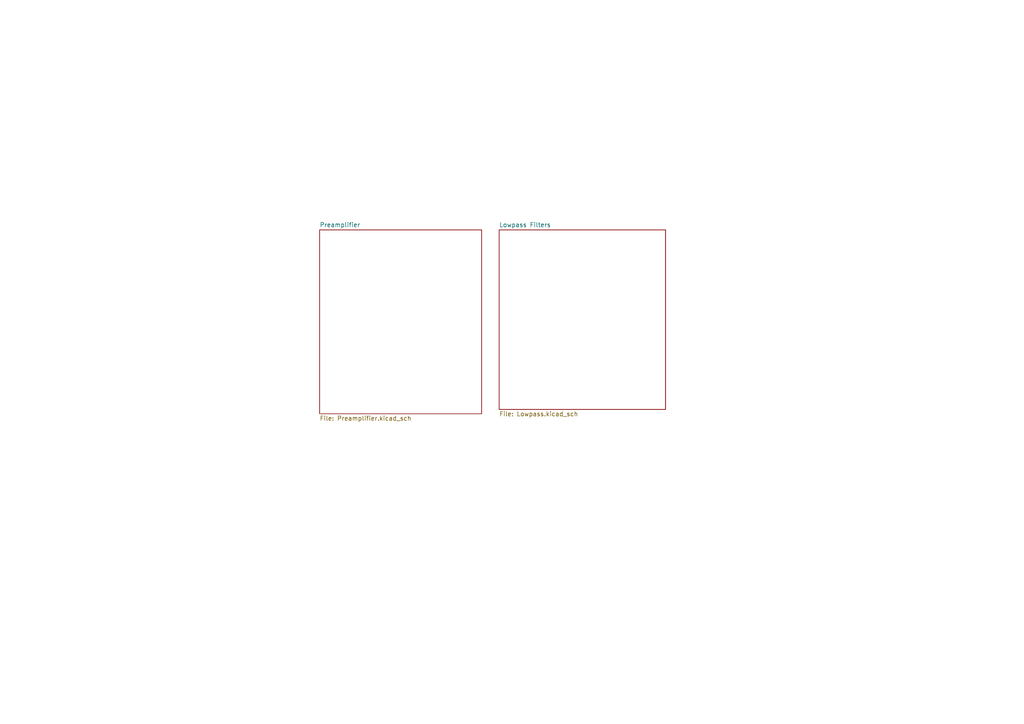
<source format=kicad_sch>
(kicad_sch
	(version 20231120)
	(generator "eeschema")
	(generator_version "8.0")
	(uuid "b6f73a49-ac1f-4895-a0f9-8f6954ee587f")
	(paper "A4")
	(lib_symbols)
	(sheet
		(at 92.71 66.675)
		(size 46.99 53.34)
		(fields_autoplaced yes)
		(stroke
			(width 0.1524)
			(type solid)
		)
		(fill
			(color 0 0 0 0.0000)
		)
		(uuid "922c32e5-68dc-43db-b1ed-78e4b25ea173")
		(property "Sheetname" "Preamplifier"
			(at 92.71 65.9634 0)
			(effects
				(font
					(size 1.27 1.27)
				)
				(justify left bottom)
			)
		)
		(property "Sheetfile" "Preamplifier.kicad_sch"
			(at 92.71 120.5996 0)
			(effects
				(font
					(size 1.27 1.27)
				)
				(justify left top)
			)
		)
		(instances
			(project "SDR_PreAmp_Filter"
				(path "/b6f73a49-ac1f-4895-a0f9-8f6954ee587f"
					(page "2")
				)
			)
		)
	)
	(sheet
		(at 144.78 66.675)
		(size 48.26 52.07)
		(fields_autoplaced yes)
		(stroke
			(width 0.1524)
			(type solid)
		)
		(fill
			(color 0 0 0 0.0000)
		)
		(uuid "b8fbcf71-8210-4060-b465-236d1aa4e7b3")
		(property "Sheetname" "Lowpass Filters"
			(at 144.78 65.9634 0)
			(effects
				(font
					(size 1.27 1.27)
				)
				(justify left bottom)
			)
		)
		(property "Sheetfile" "Lowpass.kicad_sch"
			(at 144.78 119.3296 0)
			(effects
				(font
					(size 1.27 1.27)
				)
				(justify left top)
			)
		)
		(instances
			(project "SDR_PreAmp_Filter"
				(path "/b6f73a49-ac1f-4895-a0f9-8f6954ee587f"
					(page "3")
				)
			)
		)
	)
	(sheet_instances
		(path "/"
			(page "1")
		)
	)
)

</source>
